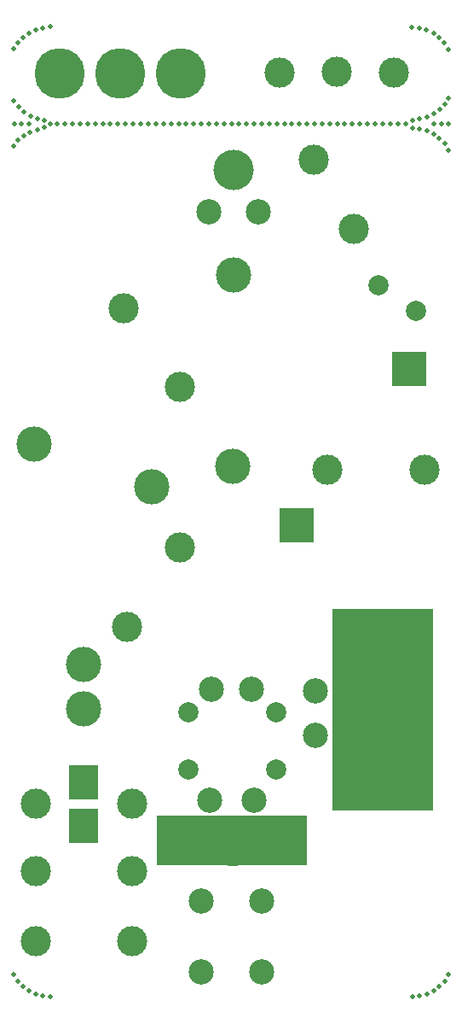
<source format=gts>
G04 #@! TF.GenerationSoftware,KiCad,Pcbnew,(6.0.4-0)*
G04 #@! TF.CreationDate,2022-07-20T07:57:22-04:00*
G04 #@! TF.ProjectId,80m_Tx_Antenna,38306d5f-5478-45f4-916e-74656e6e612e,rev?*
G04 #@! TF.SameCoordinates,Original*
G04 #@! TF.FileFunction,Soldermask,Top*
G04 #@! TF.FilePolarity,Negative*
%FSLAX46Y46*%
G04 Gerber Fmt 4.6, Leading zero omitted, Abs format (unit mm)*
G04 Created by KiCad (PCBNEW (6.0.4-0)) date 2022-07-20 07:57:22*
%MOMM*%
%LPD*%
G01*
G04 APERTURE LIST*
%ADD10C,2.500000*%
%ADD11C,4.000000*%
%ADD12C,3.500000*%
%ADD13R,10.000000X20.000000*%
%ADD14C,5.000000*%
%ADD15R,15.000000X5.000000*%
%ADD16R,3.500000X3.500000*%
%ADD17C,3.000000*%
%ADD18C,0.500000*%
%ADD19C,2.000000*%
%ADD20R,3.000000X3.500000*%
G04 APERTURE END LIST*
D10*
X124726660Y-75710480D03*
D11*
X122240000Y-71580000D03*
D10*
X119809220Y-75710480D03*
D12*
X122240000Y-81970000D03*
D10*
X130368500Y-123191000D03*
X119050000Y-151050000D03*
X124250000Y-134050000D03*
X130393900Y-127661400D03*
X125050000Y-144050000D03*
X120050000Y-123050000D03*
X119050000Y-144050000D03*
X119850000Y-134050000D03*
X125050000Y-151050000D03*
X124050000Y-123050000D03*
D11*
X137210020Y-125212040D03*
D13*
X137050000Y-125050000D03*
D11*
X137050000Y-119050000D03*
X137050000Y-131050000D03*
X127450000Y-138050000D03*
D14*
X122144880Y-138131280D03*
D11*
X116650000Y-138050000D03*
D15*
X122050000Y-138050000D03*
D16*
X139704100Y-91307200D03*
X128482380Y-106816440D03*
D12*
X102409700Y-98800200D03*
X114100900Y-102953100D03*
D17*
X116870000Y-93120000D03*
X111300000Y-85260000D03*
X131570000Y-101260000D03*
X141170000Y-101260000D03*
X116900000Y-108990000D03*
X111660000Y-116900000D03*
D18*
X103420000Y-66650000D03*
X102050000Y-66210000D03*
X102720000Y-66480000D03*
X102720000Y-67570000D03*
X106250000Y-67010000D03*
X105500000Y-67010000D03*
X104750000Y-67010000D03*
X103410000Y-67390000D03*
X110000000Y-67010000D03*
X110750000Y-67010000D03*
X111500000Y-67010000D03*
X112250000Y-67010000D03*
X109250000Y-67000000D03*
X108500000Y-67000000D03*
X107750000Y-67000000D03*
X107000000Y-67000000D03*
X119030000Y-67030000D03*
X119780000Y-67030000D03*
X120530000Y-67030000D03*
X121280000Y-67030000D03*
X124280000Y-67040000D03*
X123530000Y-67040000D03*
X122780000Y-67040000D03*
X122030000Y-67040000D03*
X116030000Y-67040000D03*
X116780000Y-67040000D03*
X117530000Y-67040000D03*
X118280000Y-67040000D03*
X115280000Y-67030000D03*
X114530000Y-67030000D03*
X113780000Y-67030000D03*
X113030000Y-67030000D03*
X137060000Y-67050000D03*
X137810000Y-67050000D03*
X138560000Y-67050000D03*
X139310000Y-67050000D03*
X131030000Y-67020000D03*
X131780000Y-67020000D03*
X132530000Y-67020000D03*
X133280000Y-67020000D03*
X136280000Y-67030000D03*
X135530000Y-67030000D03*
X134780000Y-67030000D03*
X134030000Y-67030000D03*
X128030000Y-67030000D03*
X128780000Y-67030000D03*
X129530000Y-67030000D03*
X130280000Y-67030000D03*
X127280000Y-67020000D03*
X126530000Y-67020000D03*
X125780000Y-67020000D03*
X125030000Y-67020000D03*
X102040000Y-67830000D03*
X104020000Y-67020000D03*
X101430000Y-65810000D03*
X101400000Y-68170000D03*
X100880000Y-65300000D03*
X100810000Y-68610000D03*
X100420000Y-64730000D03*
X100400000Y-69230000D03*
X100380000Y-59600000D03*
X100790000Y-58980000D03*
X101300000Y-58460000D03*
X104000000Y-57390000D03*
X101880000Y-58010000D03*
X103280000Y-57530000D03*
X102560000Y-57700000D03*
X143610000Y-64440000D03*
X143200000Y-65060000D03*
X142690000Y-65580000D03*
X139990000Y-66650000D03*
X142110000Y-66030000D03*
X140710000Y-66510000D03*
X141430000Y-66340000D03*
X143600000Y-151370000D03*
X143190000Y-151990000D03*
X142680000Y-152510000D03*
X139980000Y-153580000D03*
X142100000Y-152960000D03*
X140700000Y-153440000D03*
X141420000Y-153270000D03*
D17*
X138180000Y-61900000D03*
X132480000Y-61840000D03*
D14*
X105000000Y-62000000D03*
X111000000Y-62000000D03*
X117000000Y-62000000D03*
D18*
X143590000Y-67000000D03*
X142860000Y-67020000D03*
X142120000Y-67020000D03*
X100450000Y-67000000D03*
X101190000Y-67000000D03*
X101920000Y-67000000D03*
D12*
X122150000Y-100990000D03*
D19*
X117770000Y-125360000D03*
X126470000Y-125360000D03*
D17*
X102600000Y-148000000D03*
X102600000Y-141100000D03*
X112200000Y-141100000D03*
X126840000Y-61960000D03*
X134170000Y-77390000D03*
X130200000Y-70580000D03*
X112200000Y-148000000D03*
X102600000Y-134400000D03*
X112200000Y-134400000D03*
D19*
X117770000Y-131050000D03*
X126470000Y-131050000D03*
D20*
X107300000Y-132280000D03*
X107300000Y-136630000D03*
D12*
X107300000Y-120630000D03*
X107300000Y-124980000D03*
D19*
X136667198Y-82994648D03*
X140362921Y-85509630D03*
D18*
X141410000Y-57720000D03*
X140690000Y-57550000D03*
X142090000Y-58030000D03*
X139970000Y-57410000D03*
X142670000Y-58480000D03*
X143180000Y-59000000D03*
X143590000Y-59620000D03*
X143600000Y-69610000D03*
X143190000Y-68990000D03*
X142680000Y-68470000D03*
X139980000Y-67400000D03*
X142100000Y-68020000D03*
X140700000Y-67540000D03*
X141420000Y-67710000D03*
X102590000Y-153260000D03*
X103310000Y-153430000D03*
X101910000Y-152950000D03*
X104030000Y-153570000D03*
X101330000Y-152500000D03*
X100820000Y-151980000D03*
X100410000Y-151360000D03*
M02*

</source>
